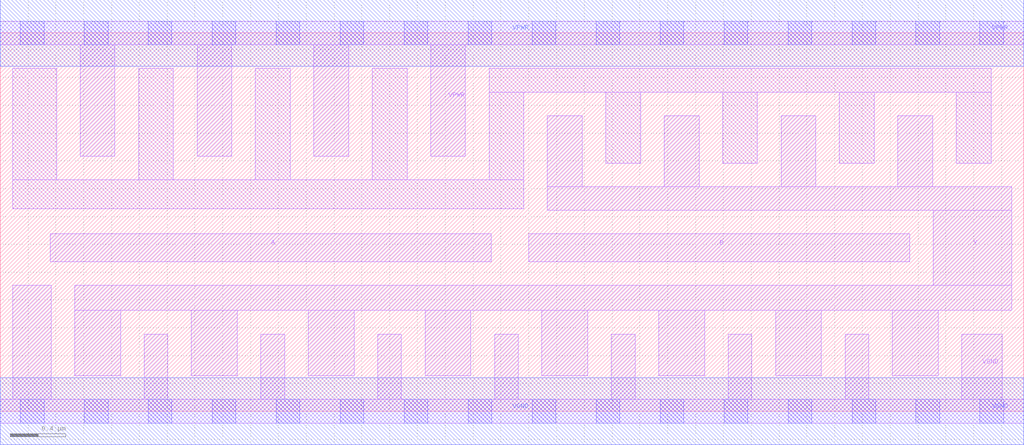
<source format=lef>
# Copyright 2020 The SkyWater PDK Authors
#
# Licensed under the Apache License, Version 2.0 (the "License");
# you may not use this file except in compliance with the License.
# You may obtain a copy of the License at
#
#     https://www.apache.org/licenses/LICENSE-2.0
#
# Unless required by applicable law or agreed to in writing, software
# distributed under the License is distributed on an "AS IS" BASIS,
# WITHOUT WARRANTIES OR CONDITIONS OF ANY KIND, either express or implied.
# See the License for the specific language governing permissions and
# limitations under the License.
#
# SPDX-License-Identifier: Apache-2.0

VERSION 5.7 ;
  NAMESCASESENSITIVE ON ;
  NOWIREEXTENSIONATPIN ON ;
  DIVIDERCHAR "/" ;
  BUSBITCHARS "[]" ;
UNITS
  DATABASE MICRONS 200 ;
END UNITS
MACRO sky130_fd_sc_hd__nor2_8
  CLASS CORE ;
  SOURCE USER ;
  FOREIGN sky130_fd_sc_hd__nor2_8 ;
  ORIGIN  0.000000  0.000000 ;
  SIZE  7.360000 BY  2.720000 ;
  SYMMETRY X Y R90 ;
  SITE unithd ;
  PIN A
    ANTENNAGATEAREA  1.980000 ;
    DIRECTION INPUT ;
    USE SIGNAL ;
    PORT
      LAYER li1 ;
        RECT 0.360000 1.075000 3.530000 1.275000 ;
    END
  END A
  PIN B
    ANTENNAGATEAREA  1.980000 ;
    DIRECTION INPUT ;
    USE SIGNAL ;
    PORT
      LAYER li1 ;
        RECT 3.800000 1.075000 6.540000 1.275000 ;
    END
  END B
  PIN Y
    ANTENNADIFFAREA  2.484000 ;
    DIRECTION OUTPUT ;
    USE SIGNAL ;
    PORT
      LAYER li1 ;
        RECT 0.535000 0.255000 0.865000 0.725000 ;
        RECT 0.535000 0.725000 7.275000 0.905000 ;
        RECT 1.375000 0.255000 1.705000 0.725000 ;
        RECT 2.215000 0.255000 2.545000 0.725000 ;
        RECT 3.055000 0.255000 3.385000 0.725000 ;
        RECT 3.895000 0.255000 4.225000 0.725000 ;
        RECT 3.935000 1.445000 7.275000 1.615000 ;
        RECT 3.935000 1.615000 4.185000 2.125000 ;
        RECT 4.735000 0.255000 5.065000 0.725000 ;
        RECT 4.775000 1.615000 5.025000 2.125000 ;
        RECT 5.575000 0.255000 5.905000 0.725000 ;
        RECT 5.615000 1.615000 5.865000 2.125000 ;
        RECT 6.415000 0.255000 6.745000 0.725000 ;
        RECT 6.455000 1.615000 6.705000 2.125000 ;
        RECT 6.710000 0.905000 7.275000 1.445000 ;
    END
  END Y
  PIN VGND
    DIRECTION INOUT ;
    SHAPE ABUTMENT ;
    USE GROUND ;
    PORT
      LAYER li1 ;
        RECT 0.000000 -0.085000 7.360000 0.085000 ;
        RECT 0.090000  0.085000 0.365000 0.905000 ;
        RECT 1.035000  0.085000 1.205000 0.555000 ;
        RECT 1.875000  0.085000 2.045000 0.555000 ;
        RECT 2.715000  0.085000 2.885000 0.555000 ;
        RECT 3.555000  0.085000 3.725000 0.555000 ;
        RECT 4.395000  0.085000 4.565000 0.555000 ;
        RECT 5.235000  0.085000 5.405000 0.555000 ;
        RECT 6.075000  0.085000 6.245000 0.555000 ;
        RECT 6.915000  0.085000 7.205000 0.555000 ;
      LAYER mcon ;
        RECT 0.145000 -0.085000 0.315000 0.085000 ;
        RECT 0.605000 -0.085000 0.775000 0.085000 ;
        RECT 1.065000 -0.085000 1.235000 0.085000 ;
        RECT 1.525000 -0.085000 1.695000 0.085000 ;
        RECT 1.985000 -0.085000 2.155000 0.085000 ;
        RECT 2.445000 -0.085000 2.615000 0.085000 ;
        RECT 2.905000 -0.085000 3.075000 0.085000 ;
        RECT 3.365000 -0.085000 3.535000 0.085000 ;
        RECT 3.825000 -0.085000 3.995000 0.085000 ;
        RECT 4.285000 -0.085000 4.455000 0.085000 ;
        RECT 4.745000 -0.085000 4.915000 0.085000 ;
        RECT 5.205000 -0.085000 5.375000 0.085000 ;
        RECT 5.665000 -0.085000 5.835000 0.085000 ;
        RECT 6.125000 -0.085000 6.295000 0.085000 ;
        RECT 6.585000 -0.085000 6.755000 0.085000 ;
        RECT 7.045000 -0.085000 7.215000 0.085000 ;
      LAYER met1 ;
        RECT 0.000000 -0.240000 7.360000 0.240000 ;
    END
  END VGND
  PIN VPWR
    DIRECTION INOUT ;
    SHAPE ABUTMENT ;
    USE POWER ;
    PORT
      LAYER li1 ;
        RECT 0.000000 2.635000 7.360000 2.805000 ;
        RECT 0.575000 1.835000 0.825000 2.635000 ;
        RECT 1.415000 1.835000 1.665000 2.635000 ;
        RECT 2.255000 1.835000 2.505000 2.635000 ;
        RECT 3.095000 1.835000 3.345000 2.635000 ;
      LAYER mcon ;
        RECT 0.145000 2.635000 0.315000 2.805000 ;
        RECT 0.605000 2.635000 0.775000 2.805000 ;
        RECT 1.065000 2.635000 1.235000 2.805000 ;
        RECT 1.525000 2.635000 1.695000 2.805000 ;
        RECT 1.985000 2.635000 2.155000 2.805000 ;
        RECT 2.445000 2.635000 2.615000 2.805000 ;
        RECT 2.905000 2.635000 3.075000 2.805000 ;
        RECT 3.365000 2.635000 3.535000 2.805000 ;
        RECT 3.825000 2.635000 3.995000 2.805000 ;
        RECT 4.285000 2.635000 4.455000 2.805000 ;
        RECT 4.745000 2.635000 4.915000 2.805000 ;
        RECT 5.205000 2.635000 5.375000 2.805000 ;
        RECT 5.665000 2.635000 5.835000 2.805000 ;
        RECT 6.125000 2.635000 6.295000 2.805000 ;
        RECT 6.585000 2.635000 6.755000 2.805000 ;
        RECT 7.045000 2.635000 7.215000 2.805000 ;
      LAYER met1 ;
        RECT 0.000000 2.480000 7.360000 2.960000 ;
    END
  END VPWR
  OBS
    LAYER li1 ;
      RECT 0.090000 1.455000 3.765000 1.665000 ;
      RECT 0.090000 1.665000 0.405000 2.465000 ;
      RECT 0.995000 1.665000 1.245000 2.465000 ;
      RECT 1.835000 1.665000 2.085000 2.465000 ;
      RECT 2.675000 1.665000 2.925000 2.465000 ;
      RECT 3.515000 1.665000 3.765000 2.295000 ;
      RECT 3.515000 2.295000 7.125000 2.465000 ;
      RECT 4.355000 1.785000 4.605000 2.295000 ;
      RECT 5.195000 1.785000 5.445000 2.295000 ;
      RECT 6.035000 1.785000 6.285000 2.295000 ;
      RECT 6.875000 1.785000 7.125000 2.295000 ;
  END
END sky130_fd_sc_hd__nor2_8
END LIBRARY

</source>
